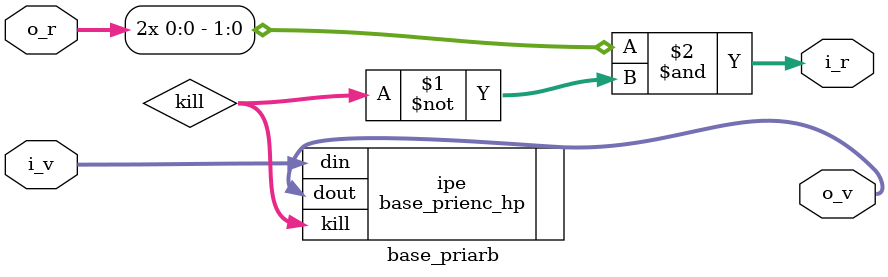
<source format=sv>
/*
 * Copyright 2017 IBM Corporation
 * Licensed to the Apache Software Foundation (ASF) under one
 * or more contributor license agreements.  See the NOTICE file
 * distributed with this work for additional information
 * regarding copyright ownership.  The ASF licenses this file
 * to you under the Apache License, Version 2.0 (the
 * "License"); you may not use this file except in compliance
 * with the License.  You may obtain a copy of the License at
 *
 *     http://www.apache.org/licenses/LICENSE-2.0
 *
 * Unless required by applicable law or agreed to in writing, software
 * distributed under the License is distributed on an "AS IS" BASIS,
 * WITHOUT WARRANTIES OR CONDITIONS OF ANY KIND, either express or implied.
 * See the License for the specific language governing permissions and
 * limitations under the License.
 *
 * Author: Andrew K Martin akmartin@us.ibm.com
 */
 
// input 0 has highest priority
module base_priarb #
  (parameter ways = 2
   )
  (
   input [0:ways-1]  i_v,
   output [0:ways-1] i_r,
   output [0:ways-1] o_v,
   input 	     o_r
   );
   
   wire [0:ways-1]   kill;
   
   base_prienc_hp#(.ways(ways)) ipe(.din(i_v),.dout(o_v),.kill(kill));
   assign i_r = {ways{o_r}} & ~kill;
endmodule // base_pri_arb

		     

</source>
